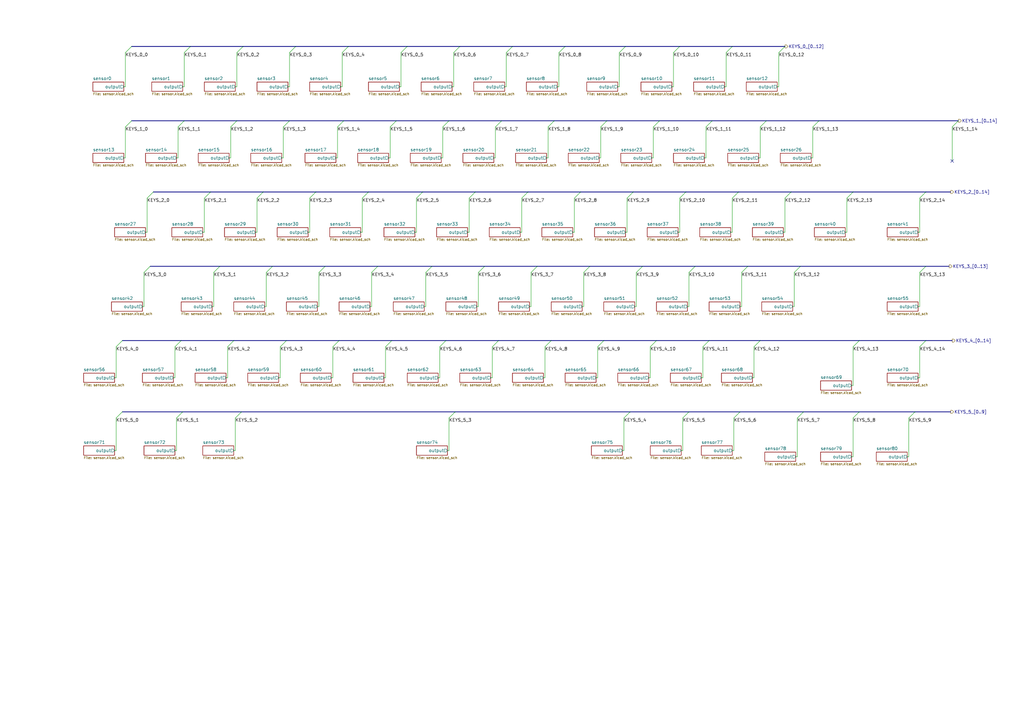
<source format=kicad_sch>
(kicad_sch (version 20230121) (generator eeschema)
  (paper "A3")
  (title_block (title "MoonBoard"))
  (lib_symbols)
  (no_connect (at 390.525 66.04))
  (bus_entry (at 75.565 21.59) (size 2.54 -2.54))
  (bus_entry (at 60.325 81.28) (size 2.54 -2.54))
  (bus_entry (at 223.52 142.24) (size 2.54 -2.54))
  (bus_entry (at 377.19 111.76) (size 2.54 -2.54))
  (bus_entry (at 207.645 21.59) (size 2.54 -2.54))
  (bus_entry (at 257.175 81.28) (size 2.54 -2.54))
  (bus_entry (at 109.22 111.76) (size 2.54 -2.54))
  (bus_entry (at 130.81 111.76) (size 2.54 -2.54))
  (bus_entry (at 73.025 52.07) (size 2.54 -2.54))
  (bus_entry (at 390.525 52.07) (size 2.54 -2.54))
  (bus_entry (at 87.63 111.76) (size 2.54 -2.54))
  (bus_entry (at 96.52 171.45) (size 2.54 -2.54))
  (bus_entry (at 266.7 142.24) (size 2.54 -2.54))
  (bus_entry (at 116.205 52.07) (size 2.54 -2.54))
  (bus_entry (at 349.885 142.24) (size 2.54 -2.54))
  (bus_entry (at 276.225 21.59) (size 2.54 -2.54))
  (bus_entry (at 180.34 142.24) (size 2.54 -2.54))
  (bus_entry (at 51.435 52.07) (size 2.54 -2.54))
  (bus_entry (at 213.995 81.28) (size 2.54 -2.54))
  (bus_entry (at 136.525 142.24) (size 2.54 -2.54))
  (bus_entry (at 50.165 139.7) (size -2.54 2.54))
  (bus_entry (at 267.97 52.07) (size 2.54 -2.54))
  (bus_entry (at 83.82 81.28) (size 2.54 -2.54))
  (bus_entry (at 94.615 52.07) (size 2.54 -2.54))
  (bus_entry (at 114.935 142.24) (size 2.54 -2.54))
  (bus_entry (at 224.79 52.07) (size 2.54 -2.54))
  (bus_entry (at 319.405 21.59) (size 2.54 -2.54))
  (bus_entry (at 300.99 171.45) (size 2.54 -2.54))
  (bus_entry (at 97.155 21.59) (size 2.54 -2.54))
  (bus_entry (at 59.055 111.76) (size 2.54 -2.54))
  (bus_entry (at 201.93 142.24) (size 2.54 -2.54))
  (bus_entry (at 347.345 81.28) (size 2.54 -2.54))
  (bus_entry (at 288.29 142.24) (size 2.54 -2.54))
  (bus_entry (at 297.815 21.59) (size 2.54 -2.54))
  (bus_entry (at 280.035 171.45) (size 2.54 -2.54))
  (bus_entry (at 245.11 142.24) (size 2.54 -2.54))
  (bus_entry (at 377.19 142.24) (size 2.54 -2.54))
  (bus_entry (at 152.4 111.76) (size 2.54 -2.54))
  (bus_entry (at 333.375 52.07) (size 2.54 -2.54))
  (bus_entry (at 309.245 142.24) (size 2.54 -2.54))
  (bus_entry (at 311.785 52.07) (size 2.54 -2.54))
  (bus_entry (at 181.61 52.07) (size 2.54 -2.54))
  (bus_entry (at 235.585 81.28) (size 2.54 -2.54))
  (bus_entry (at 349.885 171.45) (size 2.54 -2.54))
  (bus_entry (at 304.165 111.76) (size 2.54 -2.54))
  (bus_entry (at 148.59 81.28) (size 2.54 -2.54))
  (bus_entry (at 164.465 21.59) (size 2.54 -2.54))
  (bus_entry (at 300.355 81.28) (size 2.54 -2.54))
  (bus_entry (at 184.15 171.45) (size 2.54 -2.54))
  (bus_entry (at 327.025 171.45) (size 2.54 -2.54))
  (bus_entry (at 127 81.28) (size 2.54 -2.54))
  (bus_entry (at 140.335 21.59) (size 2.54 -2.54))
  (bus_entry (at 47.625 171.45) (size 2.54 -2.54))
  (bus_entry (at 72.39 171.45) (size 2.54 -2.54))
  (bus_entry (at 321.945 81.28) (size 2.54 -2.54))
  (bus_entry (at 192.405 81.28) (size 2.54 -2.54))
  (bus_entry (at 377.19 81.28) (size 2.54 -2.54))
  (bus_entry (at 186.055 21.59) (size 2.54 -2.54))
  (bus_entry (at 196.215 111.76) (size 2.54 -2.54))
  (bus_entry (at 51.435 21.59) (size 2.54 -2.54))
  (bus_entry (at 138.43 52.07) (size 2.54 -2.54))
  (bus_entry (at 239.395 111.76) (size 2.54 -2.54))
  (bus_entry (at 229.235 21.59) (size 2.54 -2.54))
  (bus_entry (at 278.765 81.28) (size 2.54 -2.54))
  (bus_entry (at 93.345 142.24) (size 2.54 -2.54))
  (bus_entry (at 282.575 111.76) (size 2.54 -2.54))
  (bus_entry (at 217.805 111.76) (size 2.54 -2.54))
  (bus_entry (at 160.02 52.07) (size 2.54 -2.54))
  (bus_entry (at 325.755 111.76) (size 2.54 -2.54))
  (bus_entry (at 254 21.59) (size 2.54 -2.54))
  (bus_entry (at 105.41 81.28) (size 2.54 -2.54))
  (bus_entry (at 260.985 111.76) (size 2.54 -2.54))
  (bus_entry (at 372.745 171.45) (size 2.54 -2.54))
  (bus_entry (at 71.755 142.24) (size 2.54 -2.54))
  (bus_entry (at 203.2 52.07) (size 2.54 -2.54))
  (bus_entry (at 289.56 52.07) (size 2.54 -2.54))
  (bus_entry (at 158.115 142.24) (size 2.54 -2.54))
  (bus_entry (at 118.745 21.59) (size 2.54 -2.54))
  (bus_entry (at 246.38 52.07) (size 2.54 -2.54))
  (bus_entry (at 174.625 111.76) (size 2.54 -2.54))
  (bus_entry (at 170.815 81.28) (size 2.54 -2.54))
  (bus_entry (at 255.905 171.45) (size 2.54 -2.54))
  (wire (pts (xy 109.22 125.73) (xy 109.22 111.76)))
  (wire (pts (xy 229.235 21.59) (xy 229.235 35.56)))
  (wire (pts (xy 300.99 184.785) (xy 300.99 171.45)))
  (bus (pts (xy 375.285 168.91) (xy 352.425 168.91)))
  (bus (pts (xy 133.35 109.22) (xy 154.94 109.22)))
  (bus (pts (xy 226.06 139.7) (xy 247.65 139.7)))
  (wire (pts (xy 51.435 64.77) (xy 51.435 52.07)))
  (wire (pts (xy 349.25 158.115) (xy 349.885 158.115)))
  (wire (pts (xy 326.39 187.325) (xy 327.025 187.325)))
  (bus (pts (xy 194.945 78.74) (xy 216.535 78.74)))
  (wire (pts (xy 114.3 154.94) (xy 114.935 154.94)))
  (wire (pts (xy 223.52 154.94) (xy 223.52 142.24)))
  (bus (pts (xy 329.565 168.91) (xy 303.53 168.91)))
  (wire (pts (xy 224.155 64.77) (xy 224.79 64.77)))
  (bus (pts (xy 303.53 168.91) (xy 282.575 168.91)))
  (wire (pts (xy 201.93 154.94) (xy 201.93 142.24)))
  (wire (pts (xy 47.625 142.24) (xy 47.625 154.94)))
  (wire (pts (xy 234.95 95.25) (xy 235.585 95.25)))
  (wire (pts (xy 96.52 184.785) (xy 96.52 171.45)))
  (bus (pts (xy 324.485 78.74) (xy 349.885 78.74)))
  (wire (pts (xy 280.035 184.785) (xy 280.035 171.45)))
  (bus (pts (xy 248.92 49.53) (xy 270.51 49.53)))
  (wire (pts (xy 105.41 81.28) (xy 105.41 95.25)))
  (wire (pts (xy 158.115 154.94) (xy 158.115 142.24)))
  (bus (pts (xy 121.285 19.05) (xy 142.875 19.05)))
  (wire (pts (xy 180.975 64.77) (xy 181.61 64.77)))
  (wire (pts (xy 115.57 64.77) (xy 116.205 64.77)))
  (wire (pts (xy 228.6 35.56) (xy 229.235 35.56)))
  (bus (pts (xy 278.765 19.05) (xy 300.355 19.05)))
  (wire (pts (xy 224.79 64.77) (xy 224.79 52.07)))
  (wire (pts (xy 152.4 111.76) (xy 152.4 125.73)))
  (wire (pts (xy 246.38 52.07) (xy 246.38 64.77)))
  (wire (pts (xy 267.335 64.77) (xy 267.97 64.77)))
  (wire (pts (xy 147.955 95.25) (xy 148.59 95.25)))
  (wire (pts (xy 213.995 95.25) (xy 213.995 81.28)))
  (bus (pts (xy 86.36 78.74) (xy 107.95 78.74)))
  (wire (pts (xy 195.58 125.73) (xy 196.215 125.73)))
  (bus (pts (xy 177.165 109.22) (xy 198.755 109.22)))
  (bus (pts (xy 231.775 19.05) (xy 256.54 19.05)))
  (bus (pts (xy 281.305 78.74) (xy 302.895 78.74)))
  (bus (pts (xy 111.76 109.22) (xy 133.35 109.22)))
  (wire (pts (xy 173.99 125.73) (xy 174.625 125.73)))
  (wire (pts (xy 376.555 125.73) (xy 377.19 125.73)))
  (wire (pts (xy 376.555 95.25) (xy 377.19 95.25)))
  (bus (pts (xy 263.525 109.22) (xy 285.115 109.22)))
  (wire (pts (xy 46.99 154.94) (xy 47.625 154.94)))
  (wire (pts (xy 72.39 64.77) (xy 73.025 64.77)))
  (wire (pts (xy 222.885 154.94) (xy 223.52 154.94)))
  (wire (pts (xy 321.945 95.25) (xy 321.945 81.28)))
  (wire (pts (xy 180.34 154.94) (xy 180.34 142.24)))
  (wire (pts (xy 203.2 64.77) (xy 203.2 52.07)))
  (wire (pts (xy 95.885 184.785) (xy 96.52 184.785)))
  (bus (pts (xy 53.975 49.53) (xy 75.565 49.53)))
  (wire (pts (xy 86.995 125.73) (xy 87.63 125.73)))
  (wire (pts (xy 275.59 35.56) (xy 276.225 35.56)))
  (wire (pts (xy 170.815 95.25) (xy 170.815 81.28)))
  (wire (pts (xy 73.025 64.77) (xy 73.025 52.07)))
  (wire (pts (xy 311.785 52.07) (xy 311.785 64.77)))
  (wire (pts (xy 282.575 111.76) (xy 282.575 125.73)))
  (bus (pts (xy 90.17 109.22) (xy 111.76 109.22)))
  (bus (pts (xy 62.865 78.74) (xy 86.36 78.74)))
  (wire (pts (xy 347.345 95.25) (xy 347.345 81.28)))
  (bus (pts (xy 256.54 19.05) (xy 278.765 19.05)))
  (wire (pts (xy 245.745 64.77) (xy 246.38 64.77)))
  (bus (pts (xy 75.565 49.53) (xy 97.155 49.53)))
  (wire (pts (xy 253.365 35.56) (xy 254 35.56)))
  (bus (pts (xy 74.93 168.91) (xy 50.165 168.91)))
  (bus (pts (xy 300.355 19.05) (xy 321.945 19.05)))
  (wire (pts (xy 159.385 64.77) (xy 160.02 64.77)))
  (wire (pts (xy 97.155 21.59) (xy 97.155 35.56)))
  (wire (pts (xy 184.15 184.785) (xy 184.15 171.45)))
  (wire (pts (xy 297.18 35.56) (xy 297.815 35.56)))
  (wire (pts (xy 127 95.25) (xy 127 81.28)))
  (bus (pts (xy 216.535 78.74) (xy 238.125 78.74)))
  (wire (pts (xy 74.93 35.56) (xy 75.565 35.56)))
  (wire (pts (xy 349.885 158.115) (xy 349.885 142.24)))
  (wire (pts (xy 349.885 171.45) (xy 349.885 187.325)))
  (wire (pts (xy 213.36 95.25) (xy 213.995 95.25)))
  (wire (pts (xy 276.225 21.59) (xy 276.225 35.56)))
  (bus (pts (xy 160.655 139.7) (xy 182.88 139.7)))
  (wire (pts (xy 183.515 184.785) (xy 184.15 184.785)))
  (wire (pts (xy 185.42 35.56) (xy 186.055 35.56)))
  (bus (pts (xy 290.83 139.7) (xy 311.785 139.7)))
  (wire (pts (xy 186.055 21.59) (xy 186.055 35.56)))
  (wire (pts (xy 114.935 154.94) (xy 114.935 142.24)))
  (wire (pts (xy 299.72 95.25) (xy 300.355 95.25)))
  (bus (pts (xy 162.56 49.53) (xy 184.15 49.53)))
  (bus (pts (xy 349.885 78.74) (xy 379.73 78.74)))
  (wire (pts (xy 279.4 184.785) (xy 280.035 184.785)))
  (wire (pts (xy 148.59 81.28) (xy 148.59 95.25)))
  (wire (pts (xy 93.345 154.94) (xy 93.345 142.24)))
  (wire (pts (xy 327.025 171.45) (xy 327.025 187.325)))
  (bus (pts (xy 99.695 19.05) (xy 121.285 19.05)))
  (wire (pts (xy 50.8 35.56) (xy 51.435 35.56)))
  (wire (pts (xy 235.585 95.25) (xy 235.585 81.28)))
  (wire (pts (xy 151.765 125.73) (xy 152.4 125.73)))
  (bus (pts (xy 117.475 139.7) (xy 139.065 139.7)))
  (bus (pts (xy 74.295 139.7) (xy 95.885 139.7)))
  (wire (pts (xy 288.925 64.77) (xy 289.56 64.77)))
  (wire (pts (xy 164.465 21.59) (xy 164.465 35.56)))
  (bus (pts (xy 184.15 49.53) (xy 205.74 49.53)))
  (wire (pts (xy 72.39 184.785) (xy 72.39 171.45)))
  (bus (pts (xy 220.345 109.22) (xy 241.935 109.22)))
  (bus (pts (xy 95.885 139.7) (xy 117.475 139.7)))
  (bus (pts (xy 302.895 78.74) (xy 324.485 78.74)))
  (wire (pts (xy 135.89 154.94) (xy 136.525 154.94)))
  (bus (pts (xy 154.94 109.22) (xy 177.165 109.22)))
  (bus (pts (xy 258.445 168.91) (xy 186.69 168.91)))
  (wire (pts (xy 278.765 95.25) (xy 278.765 81.28)))
  (wire (pts (xy 192.405 95.25) (xy 192.405 81.28)))
  (wire (pts (xy 332.74 64.77) (xy 333.375 64.77)))
  (wire (pts (xy 170.18 95.25) (xy 170.815 95.25)))
  (wire (pts (xy 303.53 125.73) (xy 304.165 125.73)))
  (wire (pts (xy 139.7 35.56) (xy 140.335 35.56)))
  (wire (pts (xy 255.27 184.785) (xy 255.905 184.785)))
  (bus (pts (xy 389.89 168.91) (xy 375.285 168.91)))
  (wire (pts (xy 217.805 111.76) (xy 217.805 125.73)))
  (wire (pts (xy 93.98 64.77) (xy 94.615 64.77)))
  (wire (pts (xy 372.745 187.325) (xy 372.745 171.45)))
  (bus (pts (xy 227.33 49.53) (xy 248.92 49.53)))
  (wire (pts (xy 196.215 125.73) (xy 196.215 111.76)))
  (wire (pts (xy 207.01 35.56) (xy 207.645 35.56)))
  (wire (pts (xy 136.525 154.94) (xy 136.525 142.24)))
  (bus (pts (xy 282.575 168.91) (xy 258.445 168.91)))
  (wire (pts (xy 104.775 95.25) (xy 105.41 95.25)))
  (bus (pts (xy 78.105 19.05) (xy 99.695 19.05)))
  (bus (pts (xy 186.69 168.91) (xy 99.06 168.91)))
  (wire (pts (xy 51.435 21.59) (xy 51.435 35.56)))
  (bus (pts (xy 238.125 78.74) (xy 259.715 78.74)))
  (wire (pts (xy 266.065 154.94) (xy 266.7 154.94)))
  (bus (pts (xy 129.54 78.74) (xy 151.13 78.74)))
  (wire (pts (xy 255.905 184.785) (xy 255.905 171.45)))
  (wire (pts (xy 390.525 66.04) (xy 390.525 52.07)))
  (wire (pts (xy 130.175 125.73) (xy 130.81 125.73)))
  (bus (pts (xy 139.065 139.7) (xy 160.655 139.7)))
  (wire (pts (xy 278.13 95.25) (xy 278.765 95.25)))
  (bus (pts (xy 151.13 78.74) (xy 173.355 78.74)))
  (wire (pts (xy 377.19 111.76) (xy 377.19 125.73)))
  (bus (pts (xy 210.185 19.05) (xy 231.775 19.05)))
  (wire (pts (xy 174.625 125.73) (xy 174.625 111.76)))
  (wire (pts (xy 239.395 111.76) (xy 239.395 125.73)))
  (wire (pts (xy 266.7 154.94) (xy 266.7 142.24)))
  (bus (pts (xy 142.875 19.05) (xy 167.005 19.05)))
  (bus (pts (xy 379.73 139.7) (xy 390.525 139.7)))
  (bus (pts (xy 352.425 139.7) (xy 379.73 139.7)))
  (bus (pts (xy 173.355 78.74) (xy 194.945 78.74)))
  (wire (pts (xy 311.15 64.77) (xy 311.785 64.77)))
  (bus (pts (xy 379.73 109.22) (xy 389.255 109.22)))
  (wire (pts (xy 256.54 95.25) (xy 257.175 95.25)))
  (wire (pts (xy 140.335 21.59) (xy 140.335 35.56)))
  (bus (pts (xy 352.425 168.91) (xy 329.565 168.91)))
  (bus (pts (xy 311.785 139.7) (xy 352.425 139.7)))
  (wire (pts (xy 304.165 125.73) (xy 304.165 111.76)))
  (wire (pts (xy 83.185 95.25) (xy 83.82 95.25)))
  (wire (pts (xy 92.71 154.94) (xy 93.345 154.94)))
  (bus (pts (xy 285.115 109.22) (xy 306.705 109.22)))
  (wire (pts (xy 281.94 125.73) (xy 282.575 125.73)))
  (bus (pts (xy 188.595 19.05) (xy 210.185 19.05)))
  (wire (pts (xy 238.76 125.73) (xy 239.395 125.73)))
  (bus (pts (xy 61.595 109.22) (xy 90.17 109.22)))
  (bus (pts (xy 167.005 19.05) (xy 188.595 19.05)))
  (bus (pts (xy 140.97 49.53) (xy 162.56 49.53)))
  (bus (pts (xy 182.88 139.7) (xy 204.47 139.7)))
  (bus (pts (xy 205.74 49.53) (xy 227.33 49.53)))
  (wire (pts (xy 300.355 95.25) (xy 300.355 81.28)))
  (wire (pts (xy 319.405 21.59) (xy 319.405 35.56)))
  (wire (pts (xy 96.52 35.56) (xy 97.155 35.56)))
  (wire (pts (xy 59.055 111.76) (xy 59.055 125.73)))
  (wire (pts (xy 118.11 35.56) (xy 118.745 35.56)))
  (bus (pts (xy 259.715 78.74) (xy 281.305 78.74)))
  (wire (pts (xy 309.245 154.94) (xy 309.245 142.24)))
  (wire (pts (xy 60.325 81.28) (xy 60.325 95.25)))
  (bus (pts (xy 314.325 49.53) (xy 335.915 49.53)))
  (bus (pts (xy 107.95 78.74) (xy 129.54 78.74)))
  (bus (pts (xy 335.915 49.53) (xy 393.065 49.53)))
  (bus (pts (xy 97.155 49.53) (xy 118.745 49.53)))
  (bus (pts (xy 328.295 109.22) (xy 379.73 109.22)))
  (wire (pts (xy 288.29 142.24) (xy 288.29 154.94)))
  (wire (pts (xy 94.615 52.07) (xy 94.615 64.77)))
  (wire (pts (xy 137.795 64.77) (xy 138.43 64.77)))
  (wire (pts (xy 118.745 21.59) (xy 118.745 35.56)))
  (wire (pts (xy 201.295 154.94) (xy 201.93 154.94)))
  (wire (pts (xy 126.365 95.25) (xy 127 95.25)))
  (bus (pts (xy 241.935 109.22) (xy 263.525 109.22)))
  (wire (pts (xy 308.61 154.94) (xy 309.245 154.94)))
  (wire (pts (xy 260.985 125.73) (xy 260.985 111.76)))
  (wire (pts (xy 179.705 154.94) (xy 180.34 154.94)))
  (wire (pts (xy 71.755 154.94) (xy 71.755 142.24)))
  (wire (pts (xy 202.565 64.77) (xy 203.2 64.77)))
  (bus (pts (xy 247.65 139.7) (xy 269.24 139.7)))
  (bus (pts (xy 204.47 139.7) (xy 226.06 139.7)))
  (wire (pts (xy 207.645 21.59) (xy 207.645 35.56)))
  (wire (pts (xy 130.81 111.76) (xy 130.81 125.73)))
  (wire (pts (xy 321.31 95.25) (xy 321.945 95.25)))
  (wire (pts (xy 108.585 125.73) (xy 109.22 125.73)))
  (wire (pts (xy 191.77 95.25) (xy 192.405 95.25)))
  (wire (pts (xy 245.11 142.24) (xy 245.11 154.94)))
  (bus (pts (xy 270.51 49.53) (xy 292.1 49.53)))
  (wire (pts (xy 377.19 81.28) (xy 377.19 95.25)))
  (bus (pts (xy 269.24 139.7) (xy 290.83 139.7)))
  (wire (pts (xy 260.35 125.73) (xy 260.985 125.73)))
  (wire (pts (xy 333.375 52.07) (xy 333.375 64.77)))
  (bus (pts (xy 118.745 49.53) (xy 140.97 49.53)))
  (bus (pts (xy 379.73 78.74) (xy 389.89 78.74)))
  (wire (pts (xy 325.12 125.73) (xy 325.755 125.73)))
  (wire (pts (xy 300.355 184.785) (xy 300.99 184.785)))
  (bus (pts (xy 53.975 19.05) (xy 78.105 19.05)))
  (wire (pts (xy 372.11 187.325) (xy 372.745 187.325)))
  (wire (pts (xy 75.565 21.59) (xy 75.565 35.56)))
  (wire (pts (xy 83.82 95.25) (xy 83.82 81.28)))
  (wire (pts (xy 163.83 35.56) (xy 164.465 35.56)))
  (wire (pts (xy 217.17 125.73) (xy 217.805 125.73)))
  (wire (pts (xy 346.71 95.25) (xy 347.345 95.25)))
  (wire (pts (xy 289.56 52.07) (xy 289.56 64.77)))
  (wire (pts (xy 116.205 64.77) (xy 116.205 52.07)))
  (wire (pts (xy 59.69 95.25) (xy 60.325 95.25)))
  (wire (pts (xy 257.175 95.25) (xy 257.175 81.28)))
  (wire (pts (xy 267.97 52.07) (xy 267.97 64.77)))
  (wire (pts (xy 138.43 64.77) (xy 138.43 52.07)))
  (bus (pts (xy 99.06 168.91) (xy 74.93 168.91)))
  (wire (pts (xy 157.48 154.94) (xy 158.115 154.94)))
  (wire (pts (xy 47.625 184.785) (xy 47.625 171.45)))
  (wire (pts (xy 71.755 184.785) (xy 72.39 184.785)))
  (bus (pts (xy 198.755 109.22) (xy 220.345 109.22)))
  (wire (pts (xy 254 21.59) (xy 254 35.56)))
  (wire (pts (xy 297.815 21.59) (xy 297.815 35.56)))
  (wire (pts (xy 318.77 35.56) (xy 319.405 35.56)))
  (wire (pts (xy 376.555 154.94) (xy 377.19 154.94)))
  (bus (pts (xy 306.705 109.22) (xy 328.295 109.22)))
  (wire (pts (xy 87.63 125.73) (xy 87.63 111.76)))
  (wire (pts (xy 349.25 187.325) (xy 349.885 187.325)))
  (wire (pts (xy 287.655 154.94) (xy 288.29 154.94)))
  (wire (pts (xy 181.61 64.77) (xy 181.61 52.07)))
  (wire (pts (xy 71.12 154.94) (xy 71.755 154.94)))
  (wire (pts (xy 325.755 125.73) (xy 325.755 111.76)))
  (bus (pts (xy 50.165 139.7) (xy 74.295 139.7)))
  (wire (pts (xy 46.99 184.785) (xy 47.625 184.785)))
  (wire (pts (xy 58.42 125.73) (xy 59.055 125.73)))
  (wire (pts (xy 160.02 64.77) (xy 160.02 52.07)))
  (bus (pts (xy 292.1 49.53) (xy 314.325 49.53)))
  (wire (pts (xy 244.475 154.94) (xy 245.11 154.94)))
  (wire (pts (xy 50.8 64.77) (xy 51.435 64.77)))
  (wire (pts (xy 377.19 154.94) (xy 377.19 142.24)))
  (label "KEYS_4_7" (at 201.93 144.145 0))
  (label "KEYS_3_2" (at 109.22 113.665 0))
  (label "KEYS_5_1" (at 72.39 173.355 0))
  (label "KEYS_0_0" (at 51.435 23.495 0))
  (label "KEYS_0_5" (at 164.465 23.495 0))
  (label "KEYS_0_6" (at 186.055 23.495 0))
  (label "KEYS_3_0" (at 59.055 113.665 0))
  (label "KEYS_1_0" (at 51.435 53.975 0))
  (label "KEYS_3_8" (at 239.395 113.665 0))
  (label "KEYS_5_5" (at 280.035 173.355 0))
  (label "KEYS_4_1" (at 71.755 144.145 0))
  (label "KEYS_5_9" (at 372.745 173.355 0))
  (label "KEYS_4_6" (at 180.34 144.145 0))
  (label "KEYS_2_4" (at 148.59 83.185 0))
  (label "KEYS_1_12" (at 311.785 53.975 0))
  (label "KEYS_5_8" (at 349.885 173.355 0))
  (label "KEYS_3_11" (at 304.165 113.665 0))
  (label "KEYS_1_13" (at 333.375 53.975 0))
  (label "KEYS_0_11" (at 297.815 23.495 0))
  (label "KEYS_2_10" (at 278.765 83.185 0))
  (label "KEYS_5_2" (at 96.52 173.355 0))
  (label "KEYS_3_1" (at 87.63 113.665 0))
  (label "KEYS_3_13" (at 377.19 113.665 0))
  (label "KEYS_3_10" (at 282.575 113.665 0))
  (label "KEYS_4_11" (at 288.29 144.145 0))
  (label "KEYS_0_2" (at 97.155 23.495 0))
  (label "KEYS_1_11" (at 289.56 53.975 0))
  (label "KEYS_2_6" (at 192.405 83.185 0))
  (label "KEYS_1_14" (at 390.525 53.975 0))
  (label "KEYS_3_7" (at 217.805 113.665 0))
  (label "KEYS_1_2" (at 94.615 53.975 0))
  (label "KEYS_5_3" (at 184.15 173.355 0))
  (label "KEYS_4_13" (at 349.885 144.145 0))
  (label "KEYS_1_3" (at 116.205 53.975 0))
  (label "KEYS_1_9" (at 246.38 53.975 0))
  (label "KEYS_3_12" (at 325.755 113.665 0))
  (label "KEYS_0_9" (at 254 23.495 0))
  (label "KEYS_3_9" (at 260.985 113.665 0))
  (label "KEYS_0_4" (at 140.335 23.495 0))
  (label "KEYS_2_8" (at 235.585 83.185 0))
  (label "KEYS_1_1" (at 73.025 53.975 0))
  (label "KEYS_2_3" (at 127 83.185 0))
  (label "KEYS_2_9" (at 257.175 83.185 0))
  (label "KEYS_2_0" (at 60.325 83.185 0))
  (label "KEYS_4_4" (at 136.525 144.145 0))
  (label "KEYS_1_5" (at 160.02 53.975 0))
  (label "KEYS_0_7" (at 207.645 23.495 0))
  (label "KEYS_1_10" (at 267.97 53.975 0))
  (label "KEYS_4_14" (at 377.19 144.145 0))
  (label "KEYS_3_6" (at 196.215 113.665 0))
  (label "KEYS_4_2" (at 93.345 144.145 0))
  (label "KEYS_5_7" (at 327.025 173.355 0))
  (label "KEYS_0_1" (at 75.565 23.495 0))
  (label "KEYS_4_5" (at 158.115 144.145 0))
  (label "KEYS_4_12" (at 309.245 144.145 0))
  (label "KEYS_4_8" (at 223.52 144.145 0))
  (label "KEYS_1_4" (at 138.43 53.975 0))
  (label "KEYS_1_6" (at 181.61 53.975 0))
  (label "KEYS_2_14" (at 377.19 83.185 0))
  (label "KEYS_4_0" (at 47.625 144.145 0))
  (label "KEYS_2_7" (at 213.995 83.185 0))
  (label "KEYS_2_1" (at 83.82 83.185 0))
  (label "KEYS_0_3" (at 118.745 23.495 0))
  (label "KEYS_0_8" (at 229.235 23.495 0))
  (label "KEYS_0_12" (at 319.405 23.495 0))
  (label "KEYS_1_7" (at 203.2 53.975 0))
  (label "KEYS_5_0" (at 47.625 173.355 0))
  (label "KEYS_3_5" (at 174.625 113.665 0))
  (label "KEYS_3_4" (at 152.4 113.665 0))
  (label "KEYS_4_9" (at 245.11 144.145 0))
  (label "KEYS_5_6" (at 300.99 173.355 0))
  (label "KEYS_0_10" (at 276.225 23.495 0))
  (label "KEYS_4_10" (at 266.7 144.145 0))
  (label "KEYS_2_12" (at 321.945 83.185 0))
  (label "KEYS_5_4" (at 255.905 173.355 0))
  (label "KEYS_2_11" (at 300.355 83.185 0))
  (label "KEYS_1_8" (at 224.79 53.975 0))
  (label "KEYS_2_2" (at 105.41 83.185 0))
  (label "KEYS_2_5" (at 170.815 83.185 0))
  (label "KEYS_4_3" (at 114.935 144.145 0))
  (label "KEYS_3_3" (at 130.81 113.665 0))
  (label "KEYS_2_13" (at 347.345 83.185 0))
  (hierarchical_label "KEYS_0_[0..12]" (shape output) (at 321.945 19.05 0))
  (hierarchical_label "KEYS_5_[0..9]" (shape output) (at 389.89 168.91 0))
  (hierarchical_label "KEYS_2_[0..14]" (shape output) (at 389.89 78.74 0))
  (hierarchical_label "KEYS_1_[0..14]" (shape output) (at 393.065 49.53 0))
  (hierarchical_label "KEYS_3_[0..13]" (shape output) (at 389.255 109.22 0))
  (hierarchical_label "KEYS_4_[0..14]" (shape output) (at 390.525 139.7 0))
  (sheet (at 146.685 62.865) (size 12.7 3.81) (stroke (width 0.1524))
    (property "Sheetname" "sensor18" (at 146.685 62.1534 0) (effects (justify left bottom)))
    (property "Sheetfile" "sensor.kicad_sch" (at 146.685 67.1516 0) (effects (font (size 1 1)) (justify left top)))
    (pin "output" output (at 159.385 64.77 0))
  )
  (sheet (at 59.055 182.88) (size 12.7 3.81) (stroke (width 0.1524))
    (property "Sheetname" "sensor72" (at 59.055 182.1684 0) (effects (justify left bottom)))
    (property "Sheetfile" "sensor.kicad_sch" (at 59.055 187.1666 0) (effects (font (size 1 1)) (justify left top)))
    (pin "output" output (at 71.755 184.785 0))
  )
  (sheet (at 117.475 123.825) (size 12.7 3.81) (stroke (width 0.1524))
    (property "Sheetname" "sensor45" (at 117.475 123.1134 0) (effects (justify left bottom)))
    (property "Sheetfile" "sensor.kicad_sch" (at 117.475 128.1116 0) (effects (font (size 1 1)) (justify left top)))
    (pin "output" output (at 130.175 125.73 0))
  )
  (sheet (at 92.075 93.345) (size 12.7 3.81) (stroke (width 0.1524))
    (property "Sheetname" "sensor29" (at 92.075 92.6334 0) (effects (justify left bottom)))
    (property "Sheetfile" "sensor.kicad_sch" (at 92.075 97.6316 0) (effects (font (size 1 1)) (justify left top)))
    (pin "output" output (at 104.775 95.25 0))
  )
  (sheet (at 336.55 185.42) (size 12.7 3.81) (stroke (width 0.1524))
    (property "Sheetname" "sensor79" (at 336.55 184.7084 0) (effects (justify left bottom)))
    (property "Sheetfile" "sensor.kicad_sch" (at 336.55 189.7066 0) (effects (font (size 1 1)) (justify left top)))
    (pin "output" output (at 349.25 187.325 0))
  )
  (sheet (at 38.1 62.865) (size 12.7 3.81) (stroke (width 0.1524))
    (property "Sheetname" "sensor13" (at 38.1 62.1534 0) (effects (justify left bottom)))
    (property "Sheetfile" "sensor.kicad_sch" (at 38.1 67.1516 0) (effects (font (size 1 1)) (justify left top)))
    (pin "output" output (at 50.8 64.77 0))
  )
  (sheet (at 269.24 123.825) (size 12.7 3.81) (stroke (width 0.1524))
    (property "Sheetname" "sensor52" (at 269.24 123.1134 0) (effects (justify left bottom)))
    (property "Sheetfile" "sensor.kicad_sch" (at 269.24 128.1116 0) (effects (font (size 1 1)) (justify left top)))
    (pin "output" output (at 281.94 125.73 0))
  )
  (sheet (at 287.02 93.345) (size 12.7 3.81) (stroke (width 0.1524))
    (property "Sheetname" "sensor38" (at 287.02 92.6334 0) (effects (justify left bottom)))
    (property "Sheetfile" "sensor.kicad_sch" (at 287.02 97.6316 0) (effects (font (size 1 1)) (justify left top)))
    (pin "output" output (at 299.72 95.25 0))
  )
  (sheet (at 276.225 62.865) (size 12.7 3.81) (stroke (width 0.1524))
    (property "Sheetname" "sensor24" (at 276.225 62.1534 0) (effects (justify left bottom)))
    (property "Sheetfile" "sensor.kicad_sch" (at 276.225 67.1516 0) (effects (font (size 1 1)) (justify left top)))
    (pin "output" output (at 288.925 64.77 0))
  )
  (sheet (at 266.7 182.88) (size 12.7 3.81) (stroke (width 0.1524))
    (property "Sheetname" "sensor76" (at 266.7 182.1684 0) (effects (justify left bottom)))
    (property "Sheetfile" "sensor.kicad_sch" (at 266.7 187.1666 0) (effects (font (size 1 1)) (justify left top)))
    (pin "output" output (at 279.4 184.785 0))
  )
  (sheet (at 306.07 33.655) (size 12.7 3.81) (stroke (width 0.1524))
    (property "Sheetname" "sensor12" (at 306.07 32.9434 0) (effects (justify left bottom)))
    (property "Sheetfile" "sensor.kicad_sch" (at 306.07 37.9416 0) (effects (font (size 1 1)) (justify left top)))
    (pin "output" output (at 318.77 35.56 0))
  )
  (sheet (at 243.84 93.345) (size 12.7 3.81) (stroke (width 0.1524))
    (property "Sheetname" "sensor36" (at 243.84 92.6334 0) (effects (justify left bottom)))
    (property "Sheetfile" "sensor.kicad_sch" (at 243.84 97.6316 0) (effects (font (size 1 1)) (justify left top)))
    (pin "output" output (at 256.54 95.25 0))
  )
  (sheet (at 308.61 93.345) (size 12.7 3.81) (stroke (width 0.1524))
    (property "Sheetname" "sensor39" (at 308.61 92.6334 0) (effects (justify left bottom)))
    (property "Sheetfile" "sensor.kicad_sch" (at 308.61 97.6316 0) (effects (font (size 1 1)) (justify left top)))
    (pin "output" output (at 321.31 95.25 0))
  )
  (sheet (at 320.04 62.865) (size 12.7 3.81) (stroke (width 0.1524))
    (property "Sheetname" "sensor26" (at 320.04 62.1534 0) (effects (justify left bottom)))
    (property "Sheetfile" "sensor.kicad_sch" (at 320.04 67.1516 0) (effects (font (size 1 1)) (justify left top)))
    (pin "output" output (at 332.74 64.77 0))
  )
  (sheet (at 222.25 93.345) (size 12.7 3.81) (stroke (width 0.1524))
    (property "Sheetname" "sensor35" (at 222.25 92.6334 0) (effects (justify left bottom)))
    (property "Sheetfile" "sensor.kicad_sch" (at 222.25 97.6316 0) (effects (font (size 1 1)) (justify left top)))
    (pin "output" output (at 234.95 95.25 0))
  )
  (sheet (at 215.9 33.655) (size 12.7 3.81) (stroke (width 0.1524))
    (property "Sheetname" "sensor8" (at 215.9 32.9434 0) (effects (justify left bottom)))
    (property "Sheetfile" "sensor.kicad_sch" (at 215.9 37.9416 0) (effects (font (size 1 1)) (justify left top)))
    (pin "output" output (at 228.6 35.56 0))
  )
  (sheet (at 45.72 123.825) (size 12.7 3.81) (stroke (width 0.1524))
    (property "Sheetname" "sensor42" (at 45.72 123.1134 0) (effects (justify left bottom)))
    (property "Sheetfile" "sensor.kicad_sch" (at 45.72 128.1116 0) (effects (font (size 1 1)) (justify left top)))
    (pin "output" output (at 58.42 125.73 0))
  )
  (sheet (at 38.1 33.655) (size 12.7 3.81) (stroke (width 0.1524))
    (property "Sheetname" "sensor0" (at 38.1 32.9434 0) (effects (justify left bottom)))
    (property "Sheetfile" "sensor.kicad_sch" (at 38.1 37.9416 0) (effects (font (size 1 1)) (justify left top)))
    (pin "output" output (at 50.8 35.56 0))
  )
  (sheet (at 233.045 62.865) (size 12.7 3.81) (stroke (width 0.1524))
    (property "Sheetname" "sensor22" (at 233.045 62.1534 0) (effects (justify left bottom)))
    (property "Sheetfile" "sensor.kicad_sch" (at 233.045 67.1516 0) (effects (font (size 1 1)) (justify left top)))
    (pin "output" output (at 245.745 64.77 0))
  )
  (sheet (at 312.42 123.825) (size 12.7 3.81) (stroke (width 0.1524))
    (property "Sheetname" "sensor54" (at 312.42 123.1134 0) (effects (justify left bottom)))
    (property "Sheetfile" "sensor.kicad_sch" (at 312.42 128.1116 0) (effects (font (size 1 1)) (justify left top)))
    (pin "output" output (at 325.12 125.73 0))
  )
  (sheet (at 359.41 185.42) (size 12.7 3.81) (stroke (width 0.1524))
    (property "Sheetname" "sensor80" (at 359.41 184.7084 0) (effects (justify left bottom)))
    (property "Sheetfile" "sensor.kicad_sch" (at 359.41 189.7066 0) (effects (font (size 1 1)) (justify left top)))
    (pin "output" output (at 372.11 187.325 0))
  )
  (sheet (at 80.01 153.035) (size 12.7 3.81) (stroke (width 0.1524))
    (property "Sheetname" "sensor58" (at 80.01 152.3234 0) (effects (justify left bottom)))
    (property "Sheetfile" "sensor.kicad_sch" (at 80.01 157.3216 0) (effects (font (size 1 1)) (justify left top)))
    (pin "output" output (at 92.71 154.94 0))
  )
  (sheet (at 182.88 123.825) (size 12.7 3.81) (stroke (width 0.1524))
    (property "Sheetname" "sensor48" (at 182.88 123.1134 0) (effects (justify left bottom)))
    (property "Sheetfile" "sensor.kicad_sch" (at 182.88 128.1116 0) (effects (font (size 1 1)) (justify left top)))
    (pin "output" output (at 195.58 125.73 0))
  )
  (sheet (at 274.955 153.035) (size 12.7 3.81) (stroke (width 0.1524))
    (property "Sheetname" "sensor67" (at 274.955 152.3234 0) (effects (justify left bottom)))
    (property "Sheetfile" "sensor.kicad_sch" (at 274.955 157.3216 0) (effects (font (size 1 1)) (justify left top)))
    (pin "output" output (at 287.655 154.94 0))
  )
  (sheet (at 95.885 123.825) (size 12.7 3.81) (stroke (width 0.1524))
    (property "Sheetname" "sensor44" (at 95.885 123.1134 0) (effects (justify left bottom)))
    (property "Sheetfile" "sensor.kicad_sch" (at 95.885 128.1116 0) (effects (font (size 1 1)) (justify left top)))
    (pin "output" output (at 108.585 125.73 0))
  )
  (sheet (at 363.855 153.035) (size 12.7 3.81) (stroke (width 0.1524))
    (property "Sheetname" "sensor70" (at 363.855 152.3234 0) (effects (justify left bottom)))
    (property "Sheetfile" "sensor.kicad_sch" (at 363.855 157.3216 0) (effects (font (size 1 1)) (justify left top)))
    (pin "output" output (at 376.555 154.94 0))
  )
  (sheet (at 200.66 93.345) (size 12.7 3.81) (stroke (width 0.1524))
    (property "Sheetname" "sensor34" (at 200.66 92.6334 0) (effects (justify left bottom)))
    (property "Sheetfile" "sensor.kicad_sch" (at 200.66 97.6316 0) (effects (font (size 1 1)) (justify left top)))
    (pin "output" output (at 213.36 95.25 0))
  )
  (sheet (at 70.485 93.345) (size 12.7 3.81) (stroke (width 0.1524))
    (property "Sheetname" "sensor28" (at 70.485 92.6334 0) (effects (justify left bottom)))
    (property "Sheetfile" "sensor.kicad_sch" (at 70.485 97.6316 0) (effects (font (size 1 1)) (justify left top)))
    (pin "output" output (at 83.185 95.25 0))
  )
  (sheet (at 363.855 93.345) (size 12.7 3.81) (stroke (width 0.1524))
    (property "Sheetname" "sensor41" (at 363.855 92.6334 0) (effects (justify left bottom)))
    (property "Sheetfile" "sensor.kicad_sch" (at 363.855 97.6316 0) (effects (font (size 1 1)) (justify left top)))
    (pin "output" output (at 376.555 95.25 0))
  )
  (sheet (at 59.69 62.865) (size 12.7 3.81) (stroke (width 0.1524))
    (property "Sheetname" "sensor14" (at 59.69 62.1534 0) (effects (justify left bottom)))
    (property "Sheetfile" "sensor.kicad_sch" (at 59.69 67.1516 0) (effects (font (size 1 1)) (justify left top)))
    (pin "output" output (at 72.39 64.77 0))
  )
  (sheet (at 189.865 62.865) (size 12.7 3.81) (stroke (width 0.1524))
    (property "Sheetname" "sensor20" (at 189.865 62.1534 0) (effects (justify left bottom)))
    (property "Sheetfile" "sensor.kicad_sch" (at 189.865 67.1516 0) (effects (font (size 1 1)) (justify left top)))
    (pin "output" output (at 202.565 64.77 0))
  )
  (sheet (at 58.42 153.035) (size 12.7 3.81) (stroke (width 0.1524))
    (property "Sheetname" "sensor57" (at 58.42 152.3234 0) (effects (justify left bottom)))
    (property "Sheetfile" "sensor.kicad_sch" (at 58.42 157.3216 0) (effects (font (size 1 1)) (justify left top)))
    (pin "output" output (at 71.12 154.94 0))
  )
  (sheet (at 254.635 62.865) (size 12.7 3.81) (stroke (width 0.1524))
    (property "Sheetname" "sensor23" (at 254.635 62.1534 0) (effects (justify left bottom)))
    (property "Sheetfile" "sensor.kicad_sch" (at 254.635 67.1516 0) (effects (font (size 1 1)) (justify left top)))
    (pin "output" output (at 267.335 64.77 0))
  )
  (sheet (at 139.065 123.825) (size 12.7 3.81) (stroke (width 0.1524))
    (property "Sheetname" "sensor46" (at 139.065 123.1134 0) (effects (justify left bottom)))
    (property "Sheetfile" "sensor.kicad_sch" (at 139.065 128.1116 0) (effects (font (size 1 1)) (justify left top)))
    (pin "output" output (at 151.765 125.73 0))
  )
  (sheet (at 168.275 62.865) (size 12.7 3.81) (stroke (width 0.1524))
    (property "Sheetname" "sensor19" (at 168.275 62.1534 0) (effects (justify left bottom)))
    (property "Sheetfile" "sensor.kicad_sch" (at 168.275 67.1516 0) (effects (font (size 1 1)) (justify left top)))
    (pin "output" output (at 180.975 64.77 0))
  )
  (sheet (at 125.095 62.865) (size 12.7 3.81) (stroke (width 0.1524))
    (property "Sheetname" "sensor17" (at 125.095 62.1534 0) (effects (justify left bottom)))
    (property "Sheetfile" "sensor.kicad_sch" (at 125.095 67.1516 0) (effects (font (size 1 1)) (justify left top)))
    (pin "output" output (at 137.795 64.77 0))
  )
  (sheet (at 179.07 93.345) (size 12.7 3.81) (stroke (width 0.1524))
    (property "Sheetname" "sensor33" (at 179.07 92.6334 0) (effects (justify left bottom)))
    (property "Sheetfile" "sensor.kicad_sch" (at 179.07 97.6316 0) (effects (font (size 1 1)) (justify left top)))
    (pin "output" output (at 191.77 95.25 0))
  )
  (sheet (at 83.82 33.655) (size 12.7 3.81) (stroke (width 0.1524))
    (property "Sheetname" "sensor2" (at 83.82 32.9434 0) (effects (justify left bottom)))
    (property "Sheetfile" "sensor.kicad_sch" (at 83.82 37.9416 0) (effects (font (size 1 1)) (justify left top)))
    (pin "output" output (at 96.52 35.56 0))
  )
  (sheet (at 74.295 123.825) (size 12.7 3.81) (stroke (width 0.1524))
    (property "Sheetname" "sensor43" (at 74.295 123.1134 0) (effects (justify left bottom)))
    (property "Sheetfile" "sensor.kicad_sch" (at 74.295 128.1116 0) (effects (font (size 1 1)) (justify left top)))
    (pin "output" output (at 86.995 125.73 0))
  )
  (sheet (at 194.31 33.655) (size 12.7 3.81) (stroke (width 0.1524))
    (property "Sheetname" "sensor7" (at 194.31 32.9434 0) (effects (justify left bottom)))
    (property "Sheetfile" "sensor.kicad_sch" (at 194.31 37.9416 0) (effects (font (size 1 1)) (justify left top)))
    (pin "output" output (at 207.01 35.56 0))
  )
  (sheet (at 287.655 182.88) (size 12.7 3.81) (stroke (width 0.1524))
    (property "Sheetname" "sensor77" (at 287.655 182.1684 0) (effects (justify left bottom)))
    (property "Sheetfile" "sensor.kicad_sch" (at 287.655 187.1666 0) (effects (font (size 1 1)) (justify left top)))
    (pin "output" output (at 300.355 184.785 0))
  )
  (sheet (at 62.23 33.655) (size 12.7 3.81) (stroke (width 0.1524))
    (property "Sheetname" "sensor1" (at 62.23 32.9434 0) (effects (justify left bottom)))
    (property "Sheetfile" "sensor.kicad_sch" (at 62.23 37.9416 0) (effects (font (size 1 1)) (justify left top)))
    (pin "output" output (at 74.93 35.56 0))
  )
  (sheet (at 127 33.655) (size 12.7 3.81) (stroke (width 0.1524))
    (property "Sheetname" "sensor4" (at 127 32.9434 0) (effects (justify left bottom)))
    (property "Sheetfile" "sensor.kicad_sch" (at 127 37.9416 0) (effects (font (size 1 1)) (justify left top)))
    (pin "output" output (at 139.7 35.56 0))
  )
  (sheet (at 105.41 33.655) (size 12.7 3.81) (stroke (width 0.1524))
    (property "Sheetname" "sensor3" (at 105.41 32.9434 0) (effects (justify left bottom)))
    (property "Sheetfile" "sensor.kicad_sch" (at 105.41 37.9416 0) (effects (font (size 1 1)) (justify left top)))
    (pin "output" output (at 118.11 35.56 0))
  )
  (sheet (at 210.185 153.035) (size 12.7 3.81) (stroke (width 0.1524))
    (property "Sheetname" "sensor64" (at 210.185 152.3234 0) (effects (justify left bottom)))
    (property "Sheetfile" "sensor.kicad_sch" (at 210.185 157.3216 0) (effects (font (size 1 1)) (justify left top)))
    (pin "output" output (at 222.885 154.94 0))
  )
  (sheet (at 247.65 123.825) (size 12.7 3.81) (stroke (width 0.1524))
    (property "Sheetname" "sensor51" (at 247.65 123.1134 0) (effects (justify left bottom)))
    (property "Sheetfile" "sensor.kicad_sch" (at 247.65 128.1116 0) (effects (font (size 1 1)) (justify left top)))
    (pin "output" output (at 260.35 125.73 0))
  )
  (sheet (at 101.6 153.035) (size 12.7 3.81) (stroke (width 0.1524))
    (property "Sheetname" "sensor59" (at 101.6 152.3234 0) (effects (justify left bottom)))
    (property "Sheetfile" "sensor.kicad_sch" (at 101.6 157.3216 0) (effects (font (size 1 1)) (justify left top)))
    (pin "output" output (at 114.3 154.94 0))
  )
  (sheet (at 204.47 123.825) (size 12.7 3.81) (stroke (width 0.1524))
    (property "Sheetname" "sensor49" (at 204.47 123.1134 0) (effects (justify left bottom)))
    (property "Sheetfile" "sensor.kicad_sch" (at 204.47 128.1116 0) (effects (font (size 1 1)) (justify left top)))
    (pin "output" output (at 217.17 125.73 0))
  )
  (sheet (at 265.43 93.345) (size 12.7 3.81) (stroke (width 0.1524))
    (property "Sheetname" "sensor37" (at 265.43 92.6334 0) (effects (justify left bottom)))
    (property "Sheetfile" "sensor.kicad_sch" (at 265.43 97.6316 0) (effects (font (size 1 1)) (justify left top)))
    (pin "output" output (at 278.13 95.25 0))
  )
  (sheet (at 123.19 153.035) (size 12.7 3.81) (stroke (width 0.1524))
    (property "Sheetname" "sensor60" (at 123.19 152.3234 0) (effects (justify left bottom)))
    (property "Sheetfile" "sensor.kicad_sch" (at 123.19 157.3216 0) (effects (font (size 1 1)) (justify left top)))
    (pin "output" output (at 135.89 154.94 0))
  )
  (sheet (at 113.665 93.345) (size 12.7 3.81) (stroke (width 0.1524))
    (property "Sheetname" "sensor30" (at 113.665 92.6334 0) (effects (justify left bottom)))
    (property "Sheetfile" "sensor.kicad_sch" (at 113.665 97.6316 0) (effects (font (size 1 1)) (justify left top)))
    (pin "output" output (at 126.365 95.25 0))
  )
  (sheet (at 363.855 123.825) (size 12.7 3.81) (stroke (width 0.1524))
    (property "Sheetname" "sensor55" (at 363.855 123.1134 0) (effects (justify left bottom)))
    (property "Sheetfile" "sensor.kicad_sch" (at 363.855 128.1116 0) (effects (font (size 1 1)) (justify left top)))
    (pin "output" output (at 376.555 125.73 0))
  )
  (sheet (at 170.815 182.88) (size 12.7 3.81) (stroke (width 0.1524))
    (property "Sheetname" "sensor74" (at 170.815 182.1684 0) (effects (justify left bottom)))
    (property "Sheetfile" "sensor.kicad_sch" (at 170.815 187.1666 0) (effects (font (size 1 1)) (justify left top)))
    (pin "output" output (at 183.515 184.785 0))
  )
  (sheet (at 295.91 153.035) (size 12.7 3.81) (stroke (width 0.1524))
    (property "Sheetname" "sensor68" (at 295.91 152.3234 0) (effects (justify left bottom)))
    (property "Sheetfile" "sensor.kicad_sch" (at 295.91 157.3216 0) (effects (font (size 1 1)) (justify left top)))
    (pin "output" output (at 308.61 154.94 0))
  )
  (sheet (at 313.69 185.42) (size 12.7 3.81) (stroke (width 0.1524))
    (property "Sheetname" "sensor78" (at 313.69 184.7084 0) (effects (justify left bottom)))
    (property "Sheetfile" "sensor.kicad_sch" (at 313.69 189.7066 0) (effects (font (size 1 1)) (justify left top)))
    (pin "output" output (at 326.39 187.325 0))
  )
  (sheet (at 167.005 153.035) (size 12.7 3.81) (stroke (width 0.1524))
    (property "Sheetname" "sensor62" (at 167.005 152.3234 0) (effects (justify left bottom)))
    (property "Sheetfile" "sensor.kicad_sch" (at 167.005 157.3216 0) (effects (font (size 1 1)) (justify left top)))
    (pin "output" output (at 179.705 154.94 0))
  )
  (sheet (at 102.87 62.865) (size 12.7 3.81) (stroke (width 0.1524))
    (property "Sheetname" "sensor16" (at 102.87 62.1534 0) (effects (justify left bottom)))
    (property "Sheetfile" "sensor.kicad_sch" (at 102.87 67.1516 0) (effects (font (size 1 1)) (justify left top)))
    (pin "output" output (at 115.57 64.77 0))
  )
  (sheet (at 290.83 123.825) (size 12.7 3.81) (stroke (width 0.1524))
    (property "Sheetname" "sensor53" (at 290.83 123.1134 0) (effects (justify left bottom)))
    (property "Sheetfile" "sensor.kicad_sch" (at 290.83 128.1116 0) (effects (font (size 1 1)) (justify left top)))
    (pin "output" output (at 303.53 125.73 0))
  )
  (sheet (at 46.99 93.345) (size 12.7 3.81) (stroke (width 0.1524))
    (property "Sheetname" "sensor27" (at 46.99 92.6334 0) (effects (justify left bottom)))
    (property "Sheetfile" "sensor.kicad_sch" (at 46.99 97.6316 0) (effects (font (size 1 1)) (justify left top)))
    (pin "output" output (at 59.69 95.25 0))
  )
  (sheet (at 34.29 182.88) (size 12.7 3.81) (stroke (width 0.1524))
    (property "Sheetname" "sensor71" (at 34.29 182.1684 0) (effects (justify left bottom)))
    (property "Sheetfile" "sensor.kicad_sch" (at 34.29 187.1666 0) (effects (font (size 1 1)) (justify left top)))
    (pin "output" output (at 46.99 184.785 0))
  )
  (sheet (at 253.365 153.035) (size 12.7 3.81) (stroke (width 0.1524))
    (property "Sheetname" "sensor66" (at 253.365 152.3234 0) (effects (justify left bottom)))
    (property "Sheetfile" "sensor.kicad_sch" (at 253.365 157.3216 0) (effects (font (size 1 1)) (justify left top)))
    (pin "output" output (at 266.065 154.94 0))
  )
  (sheet (at 242.57 182.88) (size 12.7 3.81) (stroke (width 0.1524))
    (property "Sheetname" "sensor75" (at 242.57 182.1684 0) (effects (justify left bottom)))
    (property "Sheetfile" "sensor.kicad_sch" (at 242.57 187.1666 0) (effects (font (size 1 1)) (justify left top)))
    (pin "output" output (at 255.27 184.785 0))
  )
  (sheet (at 81.28 62.865) (size 12.7 3.81) (stroke (width 0.1524))
    (property "Sheetname" "sensor15" (at 81.28 62.1534 0) (effects (justify left bottom)))
    (property "Sheetfile" "sensor.kicad_sch" (at 81.28 67.1516 0) (effects (font (size 1 1)) (justify left top)))
    (pin "output" output (at 93.98 64.77 0))
  )
  (sheet (at 172.72 33.655) (size 12.7 3.81) (stroke (width 0.1524))
    (property "Sheetname" "sensor6" (at 172.72 32.9434 0) (effects (justify left bottom)))
    (property "Sheetfile" "sensor.kicad_sch" (at 172.72 37.9416 0) (effects (font (size 1 1)) (justify left top)))
    (pin "output" output (at 185.42 35.56 0))
  )
  (sheet (at 298.45 62.865) (size 12.7 3.81) (stroke (width 0.1524))
    (property "Sheetname" "sensor25" (at 298.45 62.1534 0) (effects (justify left bottom)))
    (property "Sheetfile" "sensor.kicad_sch" (at 298.45 67.1516 0) (effects (font (size 1 1)) (justify left top)))
    (pin "output" output (at 311.15 64.77 0))
  )
  (sheet (at 83.185 182.88) (size 12.7 3.81) (stroke (width 0.1524))
    (property "Sheetname" "sensor73" (at 83.185 182.1684 0) (effects (justify left bottom)))
    (property "Sheetfile" "sensor.kicad_sch" (at 83.185 187.1666 0) (effects (font (size 1 1)) (justify left top)))
    (pin "output" output (at 95.885 184.785 0))
  )
  (sheet (at 157.48 93.345) (size 12.7 3.81) (stroke (width 0.1524))
    (property "Sheetname" "sensor32" (at 157.48 92.6334 0) (effects (justify left bottom)))
    (property "Sheetfile" "sensor.kicad_sch" (at 157.48 97.6316 0) (effects (font (size 1 1)) (justify left top)))
    (pin "output" output (at 170.18 95.25 0))
  )
  (sheet (at 262.89 33.655) (size 12.7 3.81) (stroke (width 0.1524))
    (property "Sheetname" "sensor10" (at 262.89 32.9434 0) (effects (justify left bottom)))
    (property "Sheetfile" "sensor.kicad_sch" (at 262.89 37.9416 0) (effects (font (size 1 1)) (justify left top)))
    (pin "output" output (at 275.59 35.56 0))
  )
  (sheet (at 151.13 33.655) (size 12.7 3.81) (stroke (width 0.1524))
    (property "Sheetname" "sensor5" (at 151.13 32.9434 0) (effects (justify left bottom)))
    (property "Sheetfile" "sensor.kicad_sch" (at 151.13 37.9416 0) (effects (font (size 1 1)) (justify left top)))
    (pin "output" output (at 163.83 35.56 0))
  )
  (sheet (at 188.595 153.035) (size 12.7 3.81) (stroke (width 0.1524))
    (property "Sheetname" "sensor63" (at 188.595 152.3234 0) (effects (justify left bottom)))
    (property "Sheetfile" "sensor.kicad_sch" (at 188.595 157.3216 0) (effects (font (size 1 1)) (justify left top)))
    (pin "output" output (at 201.295 154.94 0))
  )
  (sheet (at 161.29 123.825) (size 12.7 3.81) (stroke (width 0.1524))
    (property "Sheetname" "sensor47" (at 161.29 123.1134 0) (effects (justify left bottom)))
    (property "Sheetfile" "sensor.kicad_sch" (at 161.29 128.1116 0) (effects (font (size 1 1)) (justify left top)))
    (pin "output" output (at 173.99 125.73 0))
  )
  (sheet (at 336.55 156.21) (size 12.7 3.81) (stroke (width 0.1524))
    (property "Sheetname" "sensor69" (at 336.55 155.4984 0) (effects (justify left bottom)))
    (property "Sheetfile" "sensor.kicad_sch" (at 336.55 160.4966 0) (effects (font (size 1 1)) (justify left top)))
    (pin "output" output (at 349.25 158.115 0))
  )
  (sheet (at 231.775 153.035) (size 12.7 3.81) (stroke (width 0.1524))
    (property "Sheetname" "sensor65" (at 231.775 152.3234 0) (effects (justify left bottom)))
    (property "Sheetfile" "sensor.kicad_sch" (at 231.775 157.3216 0) (effects (font (size 1 1)) (justify left top)))
    (pin "output" output (at 244.475 154.94 0))
  )
  (sheet (at 34.29 153.035) (size 12.7 3.81) (stroke (width 0.1524))
    (property "Sheetname" "sensor56" (at 34.29 152.3234 0) (effects (justify left bottom)))
    (property "Sheetfile" "sensor.kicad_sch" (at 34.29 157.3216 0) (effects (font (size 1 1)) (justify left top)))
    (pin "output" output (at 46.99 154.94 0))
  )
  (sheet (at 135.255 93.345) (size 12.7 3.81) (stroke (width 0.1524))
    (property "Sheetname" "sensor31" (at 135.255 92.6334 0) (effects (justify left bottom)))
    (property "Sheetfile" "sensor.kicad_sch" (at 135.255 97.6316 0) (effects (font (size 1 1)) (justify left top)))
    (pin "output" output (at 147.955 95.25 0))
  )
  (sheet (at 226.06 123.825) (size 12.7 3.81) (stroke (width 0.1524))
    (property "Sheetname" "sensor50" (at 226.06 123.1134 0) (effects (justify left bottom)))
    (property "Sheetfile" "sensor.kicad_sch" (at 226.06 128.1116 0) (effects (font (size 1 1)) (justify left top)))
    (pin "output" output (at 238.76 125.73 0))
  )
  (sheet (at 144.78 153.035) (size 12.7 3.81) (stroke (width 0.1524))
    (property "Sheetname" "sensor61" (at 144.78 152.3234 0) (effects (justify left bottom)))
    (property "Sheetfile" "sensor.kicad_sch" (at 144.78 157.3216 0) (effects (font (size 1 1)) (justify left top)))
    (pin "output" output (at 157.48 154.94 0))
  )
  (sheet (at 334.01 93.345) (size 12.7 3.81) (stroke (width 0.1524))
    (property "Sheetname" "sensor40" (at 334.01 92.6334 0) (effects (justify left bottom)))
    (property "Sheetfile" "sensor.kicad_sch" (at 334.01 97.6316 0) (effects (font (size 1 1)) (justify left top)))
    (pin "output" output (at 346.71 95.25 0))
  )
  (sheet (at 240.665 33.655) (size 12.7 3.81) (stroke (width 0.1524))
    (property "Sheetname" "sensor9" (at 240.665 32.9434 0) (effects (justify left bottom)))
    (property "Sheetfile" "sensor.kicad_sch" (at 240.665 37.9416 0) (effects (font (size 1 1)) (justify left top)))
    (pin "output" output (at 253.365 35.56 0))
  )
  (sheet (at 211.455 62.865) (size 12.7 3.81) (stroke (width 0.1524))
    (property "Sheetname" "sensor21" (at 211.455 62.1534 0) (effects (justify left bottom)))
    (property "Sheetfile" "sensor.kicad_sch" (at 211.455 67.1516 0) (effects (font (size 1 1)) (justify left top)))
    (pin "output" output (at 224.155 64.77 0))
  )
  (sheet (at 284.48 33.655) (size 12.7 3.81) (stroke (width 0.1524))
    (property "Sheetname" "sensor11" (at 284.48 32.9434 0) (effects (justify left bottom)))
    (property "Sheetfile" "sensor.kicad_sch" (at 284.48 37.9416 0) (effects (font (size 1 1)) (justify left top)))
    (pin "output" output (at 297.18 35.56 0))
  )
)
</source>
